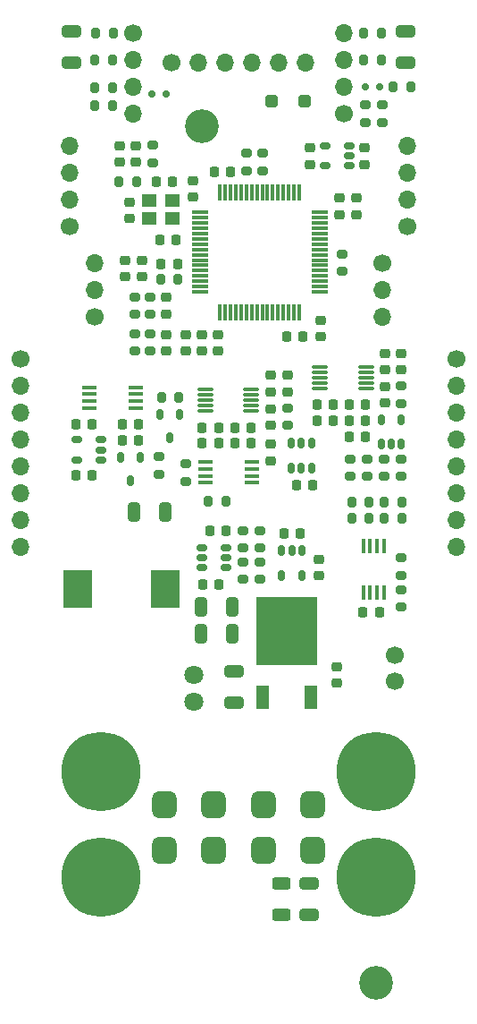
<source format=gbr>
%TF.GenerationSoftware,KiCad,Pcbnew,(6.0.1-0)*%
%TF.CreationDate,2024-02-14T14:00:18+01:00*%
%TF.ProjectId,dcload-control-board,64636c6f-6164-42d6-936f-6e74726f6c2d,rev?*%
%TF.SameCoordinates,Original*%
%TF.FileFunction,Soldermask,Top*%
%TF.FilePolarity,Negative*%
%FSLAX46Y46*%
G04 Gerber Fmt 4.6, Leading zero omitted, Abs format (unit mm)*
G04 Created by KiCad (PCBNEW (6.0.1-0)) date 2024-02-14 14:00:18*
%MOMM*%
%LPD*%
G01*
G04 APERTURE LIST*
G04 Aperture macros list*
%AMRoundRect*
0 Rectangle with rounded corners*
0 $1 Rounding radius*
0 $2 $3 $4 $5 $6 $7 $8 $9 X,Y pos of 4 corners*
0 Add a 4 corners polygon primitive as box body*
4,1,4,$2,$3,$4,$5,$6,$7,$8,$9,$2,$3,0*
0 Add four circle primitives for the rounded corners*
1,1,$1+$1,$2,$3*
1,1,$1+$1,$4,$5*
1,1,$1+$1,$6,$7*
1,1,$1+$1,$8,$9*
0 Add four rect primitives between the rounded corners*
20,1,$1+$1,$2,$3,$4,$5,0*
20,1,$1+$1,$4,$5,$6,$7,0*
20,1,$1+$1,$6,$7,$8,$9,0*
20,1,$1+$1,$8,$9,$2,$3,0*%
G04 Aperture macros list end*
%ADD10RoundRect,0.250000X0.650000X-0.325000X0.650000X0.325000X-0.650000X0.325000X-0.650000X-0.325000X0*%
%ADD11RoundRect,0.200000X0.275000X-0.200000X0.275000X0.200000X-0.275000X0.200000X-0.275000X-0.200000X0*%
%ADD12RoundRect,0.200000X-0.200000X-0.275000X0.200000X-0.275000X0.200000X0.275000X-0.200000X0.275000X0*%
%ADD13RoundRect,0.250000X-0.650000X0.325000X-0.650000X-0.325000X0.650000X-0.325000X0.650000X0.325000X0*%
%ADD14RoundRect,0.225000X-0.250000X0.225000X-0.250000X-0.225000X0.250000X-0.225000X0.250000X0.225000X0*%
%ADD15RoundRect,0.218750X0.256250X-0.218750X0.256250X0.218750X-0.256250X0.218750X-0.256250X-0.218750X0*%
%ADD16RoundRect,0.200000X-0.275000X0.200000X-0.275000X-0.200000X0.275000X-0.200000X0.275000X0.200000X0*%
%ADD17C,1.700000*%
%ADD18RoundRect,0.225000X0.250000X-0.225000X0.250000X0.225000X-0.250000X0.225000X-0.250000X-0.225000X0*%
%ADD19R,1.200000X2.200000*%
%ADD20R,5.800000X6.400000*%
%ADD21RoundRect,0.575000X-0.575000X0.675000X-0.575000X-0.675000X0.575000X-0.675000X0.575000X0.675000X0*%
%ADD22C,7.500000*%
%ADD23O,1.700000X1.700000*%
%ADD24RoundRect,0.075000X-0.700000X-0.075000X0.700000X-0.075000X0.700000X0.075000X-0.700000X0.075000X0*%
%ADD25RoundRect,0.075000X-0.075000X-0.700000X0.075000X-0.700000X0.075000X0.700000X-0.075000X0.700000X0*%
%ADD26RoundRect,0.075000X0.650000X0.075000X-0.650000X0.075000X-0.650000X-0.075000X0.650000X-0.075000X0*%
%ADD27RoundRect,0.225000X0.225000X0.250000X-0.225000X0.250000X-0.225000X-0.250000X0.225000X-0.250000X0*%
%ADD28R,1.400000X1.200000*%
%ADD29C,3.200000*%
%ADD30RoundRect,0.150000X0.150000X0.200000X-0.150000X0.200000X-0.150000X-0.200000X0.150000X-0.200000X0*%
%ADD31C,1.800000*%
%ADD32RoundRect,0.150000X-0.350000X-0.150000X0.350000X-0.150000X0.350000X0.150000X-0.350000X0.150000X0*%
%ADD33R,1.450000X0.450000*%
%ADD34R,0.450000X1.450000*%
%ADD35RoundRect,0.200000X0.200000X0.275000X-0.200000X0.275000X-0.200000X-0.275000X0.200000X-0.275000X0*%
%ADD36RoundRect,0.150000X-0.150000X0.350000X-0.150000X-0.350000X0.150000X-0.350000X0.150000X0.350000X0*%
%ADD37RoundRect,0.150000X0.350000X0.150000X-0.350000X0.150000X-0.350000X-0.150000X0.350000X-0.150000X0*%
%ADD38RoundRect,0.225000X-0.225000X-0.250000X0.225000X-0.250000X0.225000X0.250000X-0.225000X0.250000X0*%
%ADD39RoundRect,0.250000X-0.625000X0.312500X-0.625000X-0.312500X0.625000X-0.312500X0.625000X0.312500X0*%
%ADD40RoundRect,0.150000X0.150000X-0.350000X0.150000X0.350000X-0.150000X0.350000X-0.150000X-0.350000X0*%
%ADD41RoundRect,0.250000X-0.325000X-0.650000X0.325000X-0.650000X0.325000X0.650000X-0.325000X0.650000X0*%
%ADD42R,2.700000X3.600000*%
%ADD43RoundRect,0.300000X0.300000X-0.300000X0.300000X0.300000X-0.300000X0.300000X-0.300000X-0.300000X0*%
G04 APERTURE END LIST*
D10*
%TO.C,C501*%
X165850000Y-58975000D03*
X165850000Y-56025000D03*
%TD*%
D11*
%TO.C,R101*%
X152050000Y-104865000D03*
X152050000Y-103215000D03*
%TD*%
D12*
%TO.C,R502*%
X136375000Y-61325000D03*
X138025000Y-61325000D03*
%TD*%
D10*
%TO.C,C500*%
X134150000Y-58975000D03*
X134150000Y-56025000D03*
%TD*%
D13*
%TO.C,C105*%
X149550000Y-116575000D03*
X149550000Y-119525000D03*
%TD*%
D14*
%TO.C,C200*%
X161150000Y-71800000D03*
X161150000Y-73350000D03*
%TD*%
D15*
%TO.C,D201*%
X138702500Y-68402500D03*
X138702500Y-66827500D03*
%TD*%
D12*
%TO.C,R303*%
X147125000Y-100500000D03*
X148775000Y-100500000D03*
%TD*%
D16*
%TO.C,R212*%
X141650000Y-84625000D03*
X141650000Y-86275000D03*
%TD*%
D14*
%TO.C,C215*%
X143150000Y-81175000D03*
X143150000Y-82725000D03*
%TD*%
D17*
%TO.C,J300*%
X164775000Y-115000000D03*
X164775000Y-117500000D03*
%TD*%
D18*
%TO.C,C24*%
X163900000Y-91150000D03*
X163900000Y-89600000D03*
%TD*%
D19*
%TO.C,U101*%
X152270000Y-119000000D03*
D20*
X154550000Y-112700000D03*
D19*
X156830000Y-119000000D03*
%TD*%
D21*
%TO.C,D301*%
X147650000Y-129200000D03*
X147650000Y-133500000D03*
%TD*%
D22*
%TO.C,H301*%
X163000000Y-136000000D03*
%TD*%
D17*
%TO.C,J202*%
X134000000Y-74500000D03*
D23*
X134000000Y-71960000D03*
X134000000Y-69420000D03*
X134000000Y-66880000D03*
%TD*%
D11*
%TO.C,R209*%
X140150000Y-82775000D03*
X140150000Y-81125000D03*
%TD*%
D12*
%TO.C,L500*%
X136375000Y-58750000D03*
X138025000Y-58750000D03*
%TD*%
D24*
%TO.C,U200*%
X146325000Y-73150000D03*
X146325000Y-73650000D03*
X146325000Y-74150000D03*
X146325000Y-74650000D03*
X146325000Y-75150000D03*
X146325000Y-75650000D03*
X146325000Y-76150000D03*
X146325000Y-76650000D03*
X146325000Y-77150000D03*
X146325000Y-77650000D03*
X146325000Y-78150000D03*
X146325000Y-78650000D03*
X146325000Y-79150000D03*
X146325000Y-79650000D03*
X146325000Y-80150000D03*
X146325000Y-80650000D03*
D25*
X148250000Y-82575000D03*
X148750000Y-82575000D03*
X149250000Y-82575000D03*
X149750000Y-82575000D03*
X150250000Y-82575000D03*
X150750000Y-82575000D03*
X151250000Y-82575000D03*
X151750000Y-82575000D03*
X152250000Y-82575000D03*
X152750000Y-82575000D03*
X153250000Y-82575000D03*
X153750000Y-82575000D03*
X154250000Y-82575000D03*
X154750000Y-82575000D03*
X155250000Y-82575000D03*
X155750000Y-82575000D03*
D24*
X157675000Y-80650000D03*
X157675000Y-80150000D03*
X157675000Y-79650000D03*
X157675000Y-79150000D03*
X157675000Y-78650000D03*
X157675000Y-78150000D03*
X157675000Y-77650000D03*
X157675000Y-77150000D03*
X157675000Y-76650000D03*
X157675000Y-76150000D03*
X157675000Y-75650000D03*
X157675000Y-75150000D03*
X157675000Y-74650000D03*
X157675000Y-74150000D03*
X157675000Y-73650000D03*
X157675000Y-73150000D03*
D25*
X155750000Y-71225000D03*
X155250000Y-71225000D03*
X154750000Y-71225000D03*
X154250000Y-71225000D03*
X153750000Y-71225000D03*
X153250000Y-71225000D03*
X152750000Y-71225000D03*
X152250000Y-71225000D03*
X151750000Y-71225000D03*
X151250000Y-71225000D03*
X150750000Y-71225000D03*
X150250000Y-71225000D03*
X149750000Y-71225000D03*
X149250000Y-71225000D03*
X148750000Y-71225000D03*
X148250000Y-71225000D03*
%TD*%
D26*
%TO.C,U303*%
X151225000Y-91900000D03*
X151225000Y-91400000D03*
X151225000Y-90900000D03*
X151225000Y-90400000D03*
X151225000Y-89900000D03*
X146825000Y-89900000D03*
X146825000Y-90400000D03*
X146825000Y-90900000D03*
X146825000Y-91400000D03*
X146825000Y-91900000D03*
%TD*%
D27*
%TO.C,C400*%
X162025000Y-92850000D03*
X160475000Y-92850000D03*
%TD*%
D28*
%TO.C,Y200*%
X143750000Y-72000000D03*
X141550000Y-72000000D03*
X141550000Y-73700000D03*
X143750000Y-73700000D03*
%TD*%
D29*
%TO.C,H101*%
X146500000Y-65000000D03*
%TD*%
D17*
%TO.C,J102*%
X163625000Y-77975000D03*
D23*
X163625000Y-80515000D03*
X163625000Y-83055000D03*
%TD*%
D16*
%TO.C,R500*%
X152275000Y-67550000D03*
X152275000Y-69200000D03*
%TD*%
D30*
%TO.C,D500*%
X141750000Y-61975000D03*
X143150000Y-61975000D03*
%TD*%
D31*
%TO.C,J104*%
X145800000Y-119400000D03*
X145800000Y-116860000D03*
%TD*%
D32*
%TO.C,U100*%
X146550000Y-104850000D03*
X146550000Y-105800000D03*
X146550000Y-106750000D03*
X148850000Y-106750000D03*
X148850000Y-105800000D03*
X148850000Y-104850000D03*
%TD*%
D33*
%TO.C,U301*%
X146900000Y-96775000D03*
X146900000Y-97425000D03*
X146900000Y-98075000D03*
X146900000Y-98725000D03*
X151300000Y-98725000D03*
X151300000Y-98075000D03*
X151300000Y-97425000D03*
X151300000Y-96775000D03*
%TD*%
D34*
%TO.C,U300*%
X163775000Y-104725000D03*
X163125000Y-104725000D03*
X162475000Y-104725000D03*
X161825000Y-104725000D03*
X161825000Y-109125000D03*
X162475000Y-109125000D03*
X163125000Y-109125000D03*
X163775000Y-109125000D03*
%TD*%
D16*
%TO.C,R103*%
X150400000Y-106215000D03*
X150400000Y-107865000D03*
%TD*%
D11*
%TO.C,R504*%
X162050000Y-64625000D03*
X162050000Y-62975000D03*
%TD*%
D35*
%TO.C,R207*%
X165475000Y-102050000D03*
X163825000Y-102050000D03*
%TD*%
D27*
%TO.C,C402*%
X162025000Y-94400000D03*
X160475000Y-94400000D03*
%TD*%
D12*
%TO.C,R501*%
X136375000Y-63050000D03*
X138025000Y-63050000D03*
%TD*%
D36*
%TO.C,U103*%
X156000000Y-105150000D03*
X155050000Y-105150000D03*
X154100000Y-105150000D03*
X154100000Y-107450000D03*
X156000000Y-107450000D03*
%TD*%
D29*
%TO.C,H100*%
X163000000Y-146000000D03*
%TD*%
D11*
%TO.C,R404*%
X165400000Y-91200000D03*
X165400000Y-89550000D03*
%TD*%
D27*
%TO.C,C409*%
X140550000Y-93200000D03*
X139000000Y-93200000D03*
%TD*%
%TO.C,C305*%
X151200000Y-95000000D03*
X149650000Y-95000000D03*
%TD*%
D17*
%TO.C,J201*%
X166000000Y-74500000D03*
D23*
X166000000Y-71960000D03*
X166000000Y-69420000D03*
X166000000Y-66880000D03*
%TD*%
D33*
%TO.C,U402*%
X140275000Y-91625000D03*
X140275000Y-90975000D03*
X140275000Y-90325000D03*
X140275000Y-89675000D03*
X135875000Y-89675000D03*
X135875000Y-90325000D03*
X135875000Y-90975000D03*
X135875000Y-91625000D03*
%TD*%
D37*
%TO.C,U403*%
X136950000Y-96550000D03*
X136950000Y-95600000D03*
X136950000Y-94650000D03*
X134650000Y-94650000D03*
X134650000Y-96550000D03*
%TD*%
D14*
%TO.C,C202*%
X157800000Y-83375000D03*
X157800000Y-84925000D03*
%TD*%
D27*
%TO.C,C206*%
X144225000Y-78000000D03*
X142675000Y-78000000D03*
%TD*%
D35*
%TO.C,R503*%
X166325000Y-61250000D03*
X164675000Y-61250000D03*
%TD*%
D14*
%TO.C,C110*%
X157650000Y-105950000D03*
X157650000Y-107500000D03*
%TD*%
D12*
%TO.C,R104*%
X142700000Y-90650000D03*
X144350000Y-90650000D03*
%TD*%
D38*
%TO.C,C303*%
X155500000Y-98950000D03*
X157050000Y-98950000D03*
%TD*%
D16*
%TO.C,R102*%
X150400000Y-103215000D03*
X150400000Y-104865000D03*
%TD*%
D18*
%TO.C,C406*%
X163900000Y-88000000D03*
X163900000Y-86450000D03*
%TD*%
D12*
%TO.C,L503*%
X161875000Y-56200000D03*
X163525000Y-56200000D03*
%TD*%
D22*
%TO.C,H303*%
X137000000Y-136000000D03*
%TD*%
D10*
%TO.C,C300*%
X156700000Y-139575000D03*
X156700000Y-136625000D03*
%TD*%
D16*
%TO.C,R204*%
X141900000Y-66775000D03*
X141900000Y-68425000D03*
%TD*%
D27*
%TO.C,C403*%
X162025000Y-91350000D03*
X160475000Y-91350000D03*
%TD*%
D11*
%TO.C,R302*%
X165400000Y-107450000D03*
X165400000Y-105800000D03*
%TD*%
D35*
%TO.C,R208*%
X162375000Y-102050000D03*
X160725000Y-102050000D03*
%TD*%
D38*
%TO.C,C203*%
X147725000Y-69300000D03*
X149275000Y-69300000D03*
%TD*%
D36*
%TO.C,U404*%
X140700000Y-96350000D03*
X138800000Y-96350000D03*
X139750000Y-98525000D03*
%TD*%
D14*
%TO.C,C204*%
X159600000Y-71800000D03*
X159600000Y-73350000D03*
%TD*%
D39*
%TO.C,R300*%
X154075000Y-136637500D03*
X154075000Y-139562500D03*
%TD*%
D37*
%TO.C,U102*%
X160500000Y-68750000D03*
X160500000Y-67800000D03*
X160500000Y-66850000D03*
X158200000Y-66850000D03*
X158200000Y-68750000D03*
%TD*%
D18*
%TO.C,C401*%
X165400000Y-88000000D03*
X165400000Y-86450000D03*
%TD*%
D11*
%TO.C,R402*%
X162200000Y-98125000D03*
X162200000Y-96475000D03*
%TD*%
D14*
%TO.C,C201*%
X148075000Y-84675000D03*
X148075000Y-86225000D03*
%TD*%
D16*
%TO.C,R201*%
X150775000Y-67550000D03*
X150775000Y-69200000D03*
%TD*%
D14*
%TO.C,C213*%
X146550000Y-84675000D03*
X146550000Y-86225000D03*
%TD*%
D40*
%TO.C,U302*%
X155000000Y-97300000D03*
X155950000Y-97300000D03*
X156900000Y-97300000D03*
X156900000Y-95000000D03*
X155950000Y-95000000D03*
X155000000Y-95000000D03*
%TD*%
D35*
%TO.C,L501*%
X138125000Y-56200000D03*
X136475000Y-56200000D03*
%TD*%
D14*
%TO.C,C216*%
X143150000Y-84675000D03*
X143150000Y-86225000D03*
%TD*%
D22*
%TO.C,H300*%
X163000000Y-126000000D03*
%TD*%
D16*
%TO.C,R210*%
X141650000Y-81125000D03*
X141650000Y-82775000D03*
%TD*%
D21*
%TO.C,D300*%
X142950000Y-129200000D03*
X142950000Y-133500000D03*
%TD*%
D11*
%TO.C,R100*%
X152050000Y-107865000D03*
X152050000Y-106215000D03*
%TD*%
D27*
%TO.C,C408*%
X140550000Y-94700000D03*
X139000000Y-94700000D03*
%TD*%
D14*
%TO.C,C212*%
X139275000Y-77650000D03*
X139275000Y-79200000D03*
%TD*%
D11*
%TO.C,R305*%
X154625000Y-93300000D03*
X154625000Y-91650000D03*
%TD*%
D38*
%TO.C,C405*%
X157425000Y-91350000D03*
X158975000Y-91350000D03*
%TD*%
D17*
%TO.C,J103*%
X136375000Y-83025000D03*
D23*
X136375000Y-80485000D03*
X136375000Y-77945000D03*
%TD*%
D26*
%TO.C,U401*%
X162100000Y-89800000D03*
X162100000Y-89300000D03*
X162100000Y-88800000D03*
X162100000Y-88300000D03*
X162100000Y-87800000D03*
X157700000Y-87800000D03*
X157700000Y-88300000D03*
X157700000Y-88800000D03*
X157700000Y-89300000D03*
X157700000Y-89800000D03*
%TD*%
D18*
%TO.C,C205*%
X145700000Y-71675000D03*
X145700000Y-70125000D03*
%TD*%
D11*
%TO.C,R401*%
X165400000Y-98125000D03*
X165400000Y-96475000D03*
%TD*%
D14*
%TO.C,C214*%
X145000000Y-84675000D03*
X145000000Y-86225000D03*
%TD*%
D40*
%TO.C,U400*%
X163550000Y-95050000D03*
X164500000Y-95050000D03*
X165450000Y-95050000D03*
X165450000Y-92750000D03*
X163550000Y-92750000D03*
%TD*%
D18*
%TO.C,C310*%
X153075000Y-90100000D03*
X153075000Y-88550000D03*
%TD*%
D27*
%TO.C,C306*%
X151200000Y-93500000D03*
X149650000Y-93500000D03*
%TD*%
D11*
%TO.C,R301*%
X165400000Y-110475000D03*
X165400000Y-108825000D03*
%TD*%
D35*
%TO.C,R203*%
X140325000Y-70250000D03*
X138675000Y-70250000D03*
%TD*%
D41*
%TO.C,C101*%
X146475000Y-110465000D03*
X149425000Y-110465000D03*
%TD*%
D27*
%TO.C,C301*%
X163350000Y-111000000D03*
X161800000Y-111000000D03*
%TD*%
D11*
%TO.C,R403*%
X160600000Y-98125000D03*
X160600000Y-96475000D03*
%TD*%
D38*
%TO.C,C109*%
X154300000Y-103500000D03*
X155850000Y-103500000D03*
%TD*%
%TO.C,C308*%
X146550000Y-95000000D03*
X148100000Y-95000000D03*
%TD*%
%TO.C,C307*%
X146550000Y-93500000D03*
X148100000Y-93500000D03*
%TD*%
D27*
%TO.C,C103*%
X148800000Y-103215000D03*
X147250000Y-103215000D03*
%TD*%
D17*
%TO.C,J200*%
X143650000Y-59000000D03*
D23*
X146190000Y-59000000D03*
X148730000Y-59000000D03*
X151270000Y-59000000D03*
X153810000Y-59000000D03*
X156350000Y-59000000D03*
%TD*%
D14*
%TO.C,C106*%
X159300000Y-116125000D03*
X159300000Y-117675000D03*
%TD*%
%TO.C,C107*%
X161950000Y-67050000D03*
X161950000Y-68600000D03*
%TD*%
D42*
%TO.C,L100*%
X143050000Y-108750000D03*
X134750000Y-108750000D03*
%TD*%
D11*
%TO.C,R400*%
X163800000Y-98125000D03*
X163800000Y-96475000D03*
%TD*%
%TO.C,R505*%
X163600000Y-64625000D03*
X163600000Y-62975000D03*
%TD*%
D18*
%TO.C,C210*%
X139650000Y-73700000D03*
X139650000Y-72150000D03*
%TD*%
D38*
%TO.C,C407*%
X134600000Y-93200000D03*
X136150000Y-93200000D03*
%TD*%
D27*
%TO.C,C209*%
X143775000Y-70250000D03*
X142225000Y-70250000D03*
%TD*%
D18*
%TO.C,C309*%
X153075000Y-93250000D03*
X153075000Y-91700000D03*
%TD*%
D11*
%TO.C,R211*%
X140150000Y-86275000D03*
X140150000Y-84625000D03*
%TD*%
D38*
%TO.C,C410*%
X134600000Y-98000000D03*
X136150000Y-98000000D03*
%TD*%
%TO.C,C208*%
X154550000Y-84900000D03*
X156100000Y-84900000D03*
%TD*%
D41*
%TO.C,C100*%
X146475000Y-112965000D03*
X149425000Y-112965000D03*
%TD*%
D18*
%TO.C,C304*%
X154625000Y-90100000D03*
X154625000Y-88550000D03*
%TD*%
D22*
%TO.C,H302*%
X137000000Y-126000000D03*
%TD*%
D11*
%TO.C,R202*%
X159850000Y-78725000D03*
X159850000Y-77075000D03*
%TD*%
D35*
%TO.C,L502*%
X163525000Y-58750000D03*
X161875000Y-58750000D03*
%TD*%
D30*
%TO.C,D501*%
X162000000Y-61250000D03*
X163400000Y-61250000D03*
%TD*%
D15*
%TO.C,D202*%
X140300000Y-68402500D03*
X140300000Y-66827500D03*
%TD*%
D41*
%TO.C,C104*%
X140125000Y-101450000D03*
X143075000Y-101450000D03*
%TD*%
D21*
%TO.C,D302*%
X152350000Y-129200000D03*
X152350000Y-133500000D03*
%TD*%
D38*
%TO.C,C404*%
X157425000Y-92850000D03*
X158975000Y-92850000D03*
%TD*%
D27*
%TO.C,C207*%
X144075000Y-75775000D03*
X142525000Y-75775000D03*
%TD*%
D11*
%TO.C,R304*%
X145000000Y-98575000D03*
X145000000Y-96925000D03*
%TD*%
D35*
%TO.C,R200*%
X144275000Y-79500000D03*
X142625000Y-79500000D03*
%TD*%
D36*
%TO.C,U104*%
X144450000Y-92262500D03*
X142550000Y-92262500D03*
X143500000Y-94437500D03*
%TD*%
D18*
%TO.C,C302*%
X153075000Y-96625000D03*
X153075000Y-95075000D03*
%TD*%
D35*
%TO.C,R206*%
X162375000Y-100550000D03*
X160725000Y-100550000D03*
%TD*%
D43*
%TO.C,D200*%
X156300000Y-62600000D03*
X153100000Y-62600000D03*
%TD*%
D11*
%TO.C,R405*%
X142475000Y-97900000D03*
X142475000Y-96250000D03*
%TD*%
D14*
%TO.C,C108*%
X156750000Y-67050000D03*
X156750000Y-68600000D03*
%TD*%
D38*
%TO.C,C102*%
X146600000Y-108365000D03*
X148150000Y-108365000D03*
%TD*%
D21*
%TO.C,D303*%
X157050000Y-129200000D03*
X157050000Y-133500000D03*
%TD*%
D35*
%TO.C,R205*%
X165475000Y-100550000D03*
X163825000Y-100550000D03*
%TD*%
D14*
%TO.C,C211*%
X140825000Y-77650000D03*
X140825000Y-79200000D03*
%TD*%
D17*
%TO.C,J101*%
X129320000Y-87000000D03*
D23*
X129320000Y-89540000D03*
X129320000Y-92080000D03*
X129320000Y-94620000D03*
X129320000Y-97160000D03*
X129320000Y-99700000D03*
X129320000Y-102240000D03*
X129320000Y-104780000D03*
%TD*%
D17*
%TO.C,J100*%
X170680000Y-87000000D03*
D23*
X170680000Y-89540000D03*
X170680000Y-92080000D03*
X170680000Y-94620000D03*
X170680000Y-97160000D03*
X170680000Y-99700000D03*
X170680000Y-102240000D03*
X170680000Y-104780000D03*
%TD*%
D17*
%TO.C,J500*%
X140000000Y-56190000D03*
D23*
X140000000Y-58730000D03*
X140000000Y-61270000D03*
X140000000Y-63810000D03*
%TD*%
D17*
%TO.C,J501*%
X160000000Y-63810000D03*
D23*
X160000000Y-61270000D03*
X160000000Y-58730000D03*
X160000000Y-56190000D03*
%TD*%
M02*

</source>
